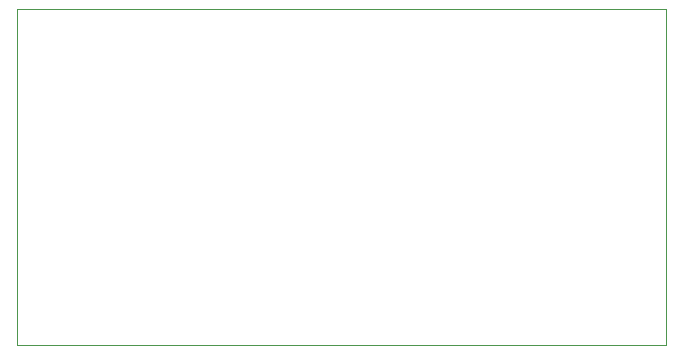
<source format=gbr>
%TF.GenerationSoftware,KiCad,Pcbnew,8.0.4*%
%TF.CreationDate,2024-09-06T18:43:01+02:00*%
%TF.ProjectId,Kokpit Final,4b6f6b70-6974-4204-9669-6e616c2e6b69,rev?*%
%TF.SameCoordinates,Original*%
%TF.FileFunction,Profile,NP*%
%FSLAX46Y46*%
G04 Gerber Fmt 4.6, Leading zero omitted, Abs format (unit mm)*
G04 Created by KiCad (PCBNEW 8.0.4) date 2024-09-06 18:43:01*
%MOMM*%
%LPD*%
G01*
G04 APERTURE LIST*
%TA.AperFunction,Profile*%
%ADD10C,0.050000*%
%TD*%
G04 APERTURE END LIST*
D10*
X94000000Y-22500000D02*
X39000000Y-22500000D01*
X94000000Y-51000000D02*
X94000000Y-22500000D01*
X39000000Y-51000000D02*
X94000000Y-51000000D01*
X39000000Y-22500000D02*
X39000000Y-51000000D01*
M02*

</source>
